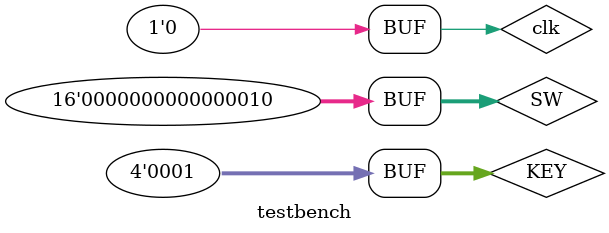
<source format=v>

module testbench();

  reg         clk;
  reg         reset;

	reg [3:0] KEY;
  wire [17:0] LEDR;
  wire [15:0] SW;		
  wire [6:0] HEX0, HEX1,HEX2, HEX3, HEX4, HEX5, HEX6, HEX7;

  //assign SW = 16'h0001;
  assign SW = 16'h0002;//message_low 
  //assign SW = 16'h0004;//key_low
  //assign SW = 16'h0008;//cipher_low
  //assign SW = 16'h0010;//cipher_low2
  //assign SW = 16'h0020;//message_low2 
  
  // instantiate device to be tested
  wrapper dut(clk, SW, KEY, LEDR,HEX0, HEX1, 
						 HEX2, HEX3, HEX4, HEX5, HEX6, HEX7);
  
  // initialize test
  initial
    begin
      KEY <= 4'h0; # 22; KEY <= 4'h1;
    end

  // generate clock to sequence tests
  always
    begin
      clk <= 1; # 5; clk <= 0; # 5;
    end

  // check results
  /*always@(negedge clk)
    begin
      if(memwriteM & aluoutM == 84) begin
        if(writedataM == 7)
          $display("Simulation succeeded");
        else begin
          $display("Simulation failed");
        end
        $stop;
      end
    end*/
endmodule
</source>
